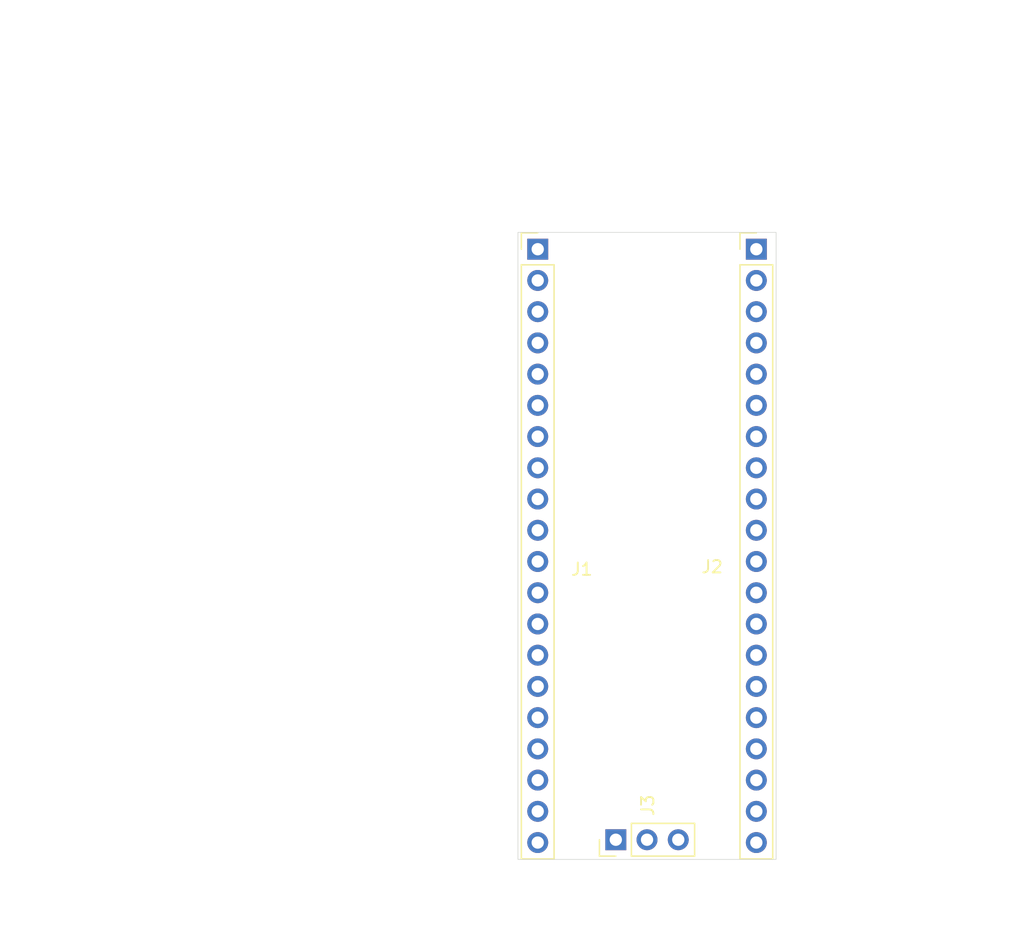
<source format=kicad_pcb>
(kicad_pcb (version 20240108) (generator "pcbnew") (generator_version "8.0")
  (layers (0 "F.Cu" signal) (31 "B.Cu" signal) (34 "B.Paste" user) (35 "F.Paste" user) (36 "B.SilkS" user "B.Silkscreen") (37 "F.SilkS" user "F.Silkscreen") (38 "B.Mask" user) (39 "F.Mask" user) (44 "Edge.Cuts" user))
  (net 0 "")
  (footprint "Connector_PinHeader_2.54mm:PinHeader_1x20_P2.54mm_Vertical" (layer "F.Cu") (at 119.39 51.37)
    (property "Reference" "J2" (at -3.59 25.83 0) (layer "F.SilkS"))
    (property "Value" "Conn_01x20" (hide yes))
    (fp_line (start -1.33 -1.33) (end 0 -1.33) (stroke (width 0.12)) (layer "F.SilkS"))
    (fp_line (start -1.33 0) (end -1.33 -1.33) (stroke (width 0.12)) (layer "F.SilkS"))
    (fp_line (start -1.33 1.27) (end -1.33 49.59) (stroke (width 0.12)) (layer "F.SilkS"))
    (fp_line (start -1.33 1.27) (end 1.33 1.27) (stroke (width 0.12)) (layer "F.SilkS"))
    (fp_line (start -1.33 49.59) (end 1.33 49.59) (stroke (width 0.12)) (layer "F.SilkS"))
    (fp_line (start 1.33 1.27) (end 1.33 49.59) (stroke (width 0.12)) (layer "F.SilkS"))
    (pad "1" thru_hole rect (at 0 0) (size 1.7 1.7) (drill 1) (layers "*.Cu" "*.Mask"))
    (pad "2" thru_hole oval (at 0 2.54) (size 1.7 1.7) (drill 1) (layers "*.Cu" "*.Mask"))
    (pad "3" thru_hole oval (at 0 5.08) (size 1.7 1.7) (drill 1) (layers "*.Cu" "*.Mask"))
    (pad "4" thru_hole oval (at 0 7.62) (size 1.7 1.7) (drill 1) (layers "*.Cu" "*.Mask"))
    (pad "5" thru_hole oval (at 0 10.16) (size 1.7 1.7) (drill 1) (layers "*.Cu" "*.Mask"))
    (pad "6" thru_hole oval (at 0 12.7) (size 1.7 1.7) (drill 1) (layers "*.Cu" "*.Mask"))
    (pad "7" thru_hole oval (at 0 15.24) (size 1.7 1.7) (drill 1) (layers "*.Cu" "*.Mask"))
    (pad "8" thru_hole oval (at 0 17.78) (size 1.7 1.7) (drill 1) (layers "*.Cu" "*.Mask"))
    (pad "9" thru_hole oval (at 0 20.32) (size 1.7 1.7) (drill 1) (layers "*.Cu" "*.Mask"))
    (pad "10" thru_hole oval (at 0 22.86) (size 1.7 1.7) (drill 1) (layers "*.Cu" "*.Mask"))
    (pad "11" thru_hole oval (at 0 25.4) (size 1.7 1.7) (drill 1) (layers "*.Cu" "*.Mask"))
    (pad "12" thru_hole oval (at 0 27.94) (size 1.7 1.7) (drill 1) (layers "*.Cu" "*.Mask"))
    (pad "13" thru_hole oval (at 0 30.48) (size 1.7 1.7) (drill 1) (layers "*.Cu" "*.Mask"))
    (pad "14" thru_hole oval (at 0 33.02) (size 1.7 1.7) (drill 1) (layers "*.Cu" "*.Mask"))
    (pad "15" thru_hole oval (at 0 35.56) (size 1.7 1.7) (drill 1) (layers "*.Cu" "*.Mask"))
    (pad "16" thru_hole oval (at 0 38.1) (size 1.7 1.7) (drill 1) (layers "*.Cu" "*.Mask"))
    (pad "17" thru_hole oval (at 0 40.64) (size 1.7 1.7) (drill 1) (layers "*.Cu" "*.Mask"))
    (pad "18" thru_hole oval (at 0 43.18) (size 1.7 1.7) (drill 1) (layers "*.Cu" "*.Mask"))
    (pad "19" thru_hole oval (at 0 45.72) (size 1.7 1.7) (drill 1) (layers "*.Cu" "*.Mask"))
    (pad "20" thru_hole oval (at 0 48.26) (size 1.7 1.7) (drill 1) (layers "*.Cu" "*.Mask"))
  )
  (footprint "Connector_PinHeader_2.54mm:PinHeader_1x03_P2.54mm_Vertical" (layer "F.Cu") (at 107.96 99.4 90)
    (property "Reference" "J3" (at 2.8 2.6 90) (layer "F.SilkS"))
    (property "Value" "Conn_01x03" (hide yes))
    (fp_line (start -1.33 -1.33) (end 0 -1.33) (stroke (width 0.12)) (layer "F.SilkS"))
    (fp_line (start -1.33 0) (end -1.33 -1.33) (stroke (width 0.12)) (layer "F.SilkS"))
    (fp_line (start 1.33 1.27) (end 1.33 6.41) (stroke (width 0.12)) (layer "F.SilkS"))
    (fp_line (start -1.33 1.27) (end 1.33 1.27) (stroke (width 0.12)) (layer "F.SilkS"))
    (fp_line (start -1.33 1.27) (end -1.33 6.41) (stroke (width 0.12)) (layer "F.SilkS"))
    (fp_line (start -1.33 6.41) (end 1.33 6.41) (stroke (width 0.12)) (layer "F.SilkS"))
    (pad "1" thru_hole rect (at 0 0 90) (size 1.7 1.7) (drill 1) (layers "*.Cu" "*.Mask"))
    (pad "2" thru_hole oval (at 0 2.54 90) (size 1.7 1.7) (drill 1) (layers "*.Cu" "*.Mask"))
    (pad "3" thru_hole oval (at 0 5.08 90) (size 1.7 1.7) (drill 1) (layers "*.Cu" "*.Mask"))
  )
  (footprint "Connector_PinHeader_2.54mm:PinHeader_1x20_P2.54mm_Vertical" (layer "F.Cu") (at 101.61 51.37)
    (property "Reference" "J1" (at 3.59 26.03 0) (layer "F.SilkS"))
    (property "Value" "Conn_01x20" (hide yes))
    (fp_line (start -1.33 -1.33) (end 0 -1.33) (stroke (width 0.12)) (layer "F.SilkS"))
    (fp_line (start -1.33 0) (end -1.33 -1.33) (stroke (width 0.12)) (layer "F.SilkS"))
    (fp_line (start -1.33 1.27) (end -1.33 49.59) (stroke (width 0.12)) (layer "F.SilkS"))
    (fp_line (start -1.33 1.27) (end 1.33 1.27) (stroke (width 0.12)) (layer "F.SilkS"))
    (fp_line (start -1.33 49.59) (end 1.33 49.59) (stroke (width 0.12)) (layer "F.SilkS"))
    (fp_line (start 1.33 1.27) (end 1.33 49.59) (stroke (width 0.12)) (layer "F.SilkS"))
    (pad "1" thru_hole rect (at 0 0) (size 1.7 1.7) (drill 1) (layers "*.Cu" "*.Mask"))
    (pad "2" thru_hole oval (at 0 2.54) (size 1.7 1.7) (drill 1) (layers "*.Cu" "*.Mask"))
    (pad "3" thru_hole oval (at 0 5.08) (size 1.7 1.7) (drill 1) (layers "*.Cu" "*.Mask"))
    (pad "4" thru_hole oval (at 0 7.62) (size 1.7 1.7) (drill 1) (layers "*.Cu" "*.Mask"))
    (pad "5" thru_hole oval (at 0 10.16) (size 1.7 1.7) (drill 1) (layers "*.Cu" "*.Mask"))
    (pad "6" thru_hole oval (at 0 12.7) (size 1.7 1.7) (drill 1) (layers "*.Cu" "*.Mask"))
    (pad "7" thru_hole oval (at 0 15.24) (size 1.7 1.7) (drill 1) (layers "*.Cu" "*.Mask"))
    (pad "8" thru_hole oval (at 0 17.78) (size 1.7 1.7) (drill 1) (layers "*.Cu" "*.Mask"))
    (pad "9" thru_hole oval (at 0 20.32) (size 1.7 1.7) (drill 1) (layers "*.Cu" "*.Mask"))
    (pad "10" thru_hole oval (at 0 22.86) (size 1.7 1.7) (drill 1) (layers "*.Cu" "*.Mask"))
    (pad "11" thru_hole oval (at 0 25.4) (size 1.7 1.7) (drill 1) (layers "*.Cu" "*.Mask"))
    (pad "12" thru_hole oval (at 0 27.94) (size 1.7 1.7) (drill 1) (layers "*.Cu" "*.Mask"))
    (pad "13" thru_hole oval (at 0 30.48) (size 1.7 1.7) (drill 1) (layers "*.Cu" "*.Mask"))
    (pad "14" thru_hole oval (at 0 33.02) (size 1.7 1.7) (drill 1) (layers "*.Cu" "*.Mask"))
    (pad "15" thru_hole oval (at 0 35.56) (size 1.7 1.7) (drill 1) (layers "*.Cu" "*.Mask"))
    (pad "16" thru_hole oval (at 0 38.1) (size 1.7 1.7) (drill 1) (layers "*.Cu" "*.Mask"))
    (pad "17" thru_hole oval (at 0 40.64) (size 1.7 1.7) (drill 1) (layers "*.Cu" "*.Mask"))
    (pad "18" thru_hole oval (at 0 43.18) (size 1.7 1.7) (drill 1) (layers "*.Cu" "*.Mask"))
    (pad "19" thru_hole oval (at 0 45.72) (size 1.7 1.7) (drill 1) (layers "*.Cu" "*.Mask"))
    (pad "20" thru_hole oval (at 0 48.26) (size 1.7 1.7) (drill 1) (layers "*.Cu" "*.Mask"))
  )
  (gr_rect (start 100 50) (end 121 101) (stroke (width 0.05)) (fill none) (layer "Edge.Cuts"))
)
</source>
